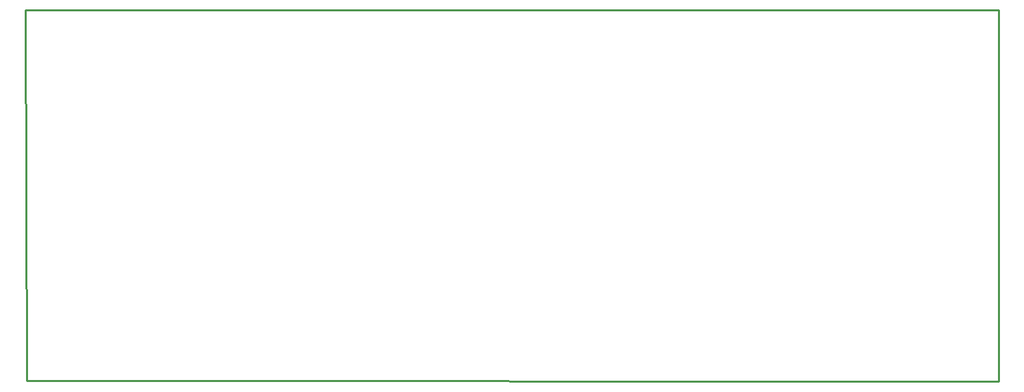
<source format=gbr>
G04 EAGLE Gerber RS-274X export*
G75*
%MOMM*%
%FSLAX34Y34*%
%LPD*%
%IN*%
%IPPOS*%
%AMOC8*
5,1,8,0,0,1.08239X$1,22.5*%
G01*
%ADD10C,0.254000*%


D10*
X-1270Y470410D02*
X0Y0D01*
X1232970Y-1270D01*
X1232970Y470410D01*
X-1270Y470410D01*
M02*

</source>
